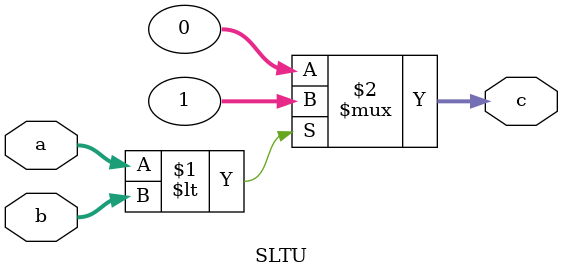
<source format=v>
`timescale 1ns / 1ps
module SLTU(input[31:0]a,b,
                output[31:0] c);
    assign c=(a<b)?32'h00000001:32'h00000000;
endmodule

</source>
